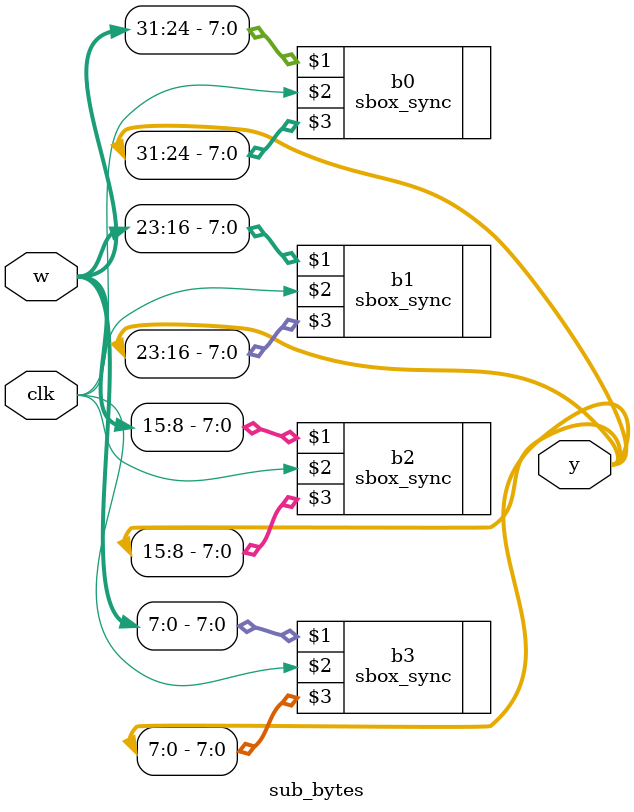
<source format=sv>
/*
	Marina Ring, mring@g.hmc.edu, 10/27/2024
	A module that uses the s-box to subsitute bytes within a word
*/

module sub_bytes(
	input logic [31:0] w,
	input logic 	   clk,
	output logic [31:0] y
);

	sbox_sync b0(w[31:24], clk, y[31:24]);
	sbox_sync b1(w[23:16], clk, y[23:16]);
	sbox_sync b2(w[15:8], clk, y[15:8]);
	sbox_sync b3(w[7:0], clk, y[7:0]);
	
endmodule

</source>
